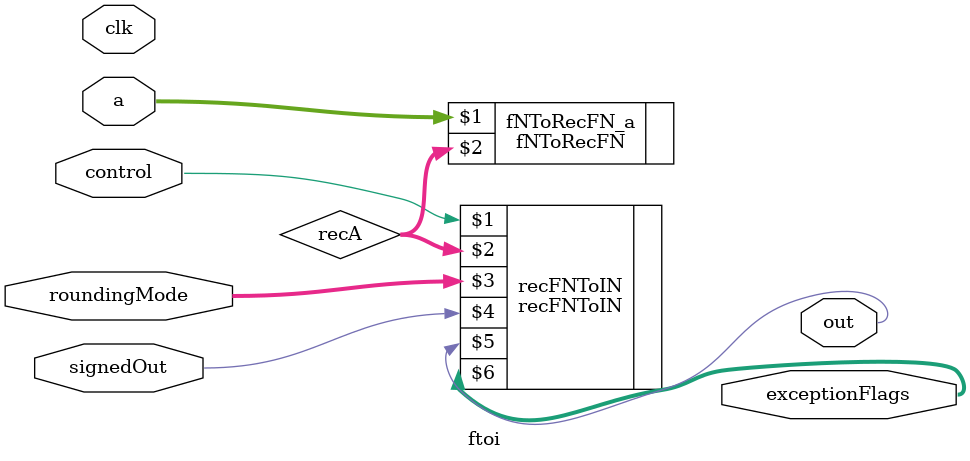
<source format=v>
/*
Author: Sugandha Tiwari
Description: Float to Int Module using Hardfloat
*/

module ftoi#(parameter integer expWidth = 3, parameter integer sigWidth = 3, parameter integer intWidth = 1) (
        clk,
        control,
        a,
        roundingMode,
        signedOut,
        out,
        exceptionFlags
    );
    
    input clk;
    input control;
    input [(expWidth + sigWidth-1):0] a;
    input [2:0] roundingMode;
    input signedOut;
    output [intWidth-1:0] out;
    output [2:0] exceptionFlags;
    
    wire [(expWidth + sigWidth):0] recA;
    
    fNToRecFN#(expWidth, sigWidth) fNToRecFN_a(a, recA);
    
    recFNToIN#(expWidth, sigWidth, intWidth) recFNToIN(control, recA, roundingMode, signedOut, out, exceptionFlags);
    
endmodule

</source>
